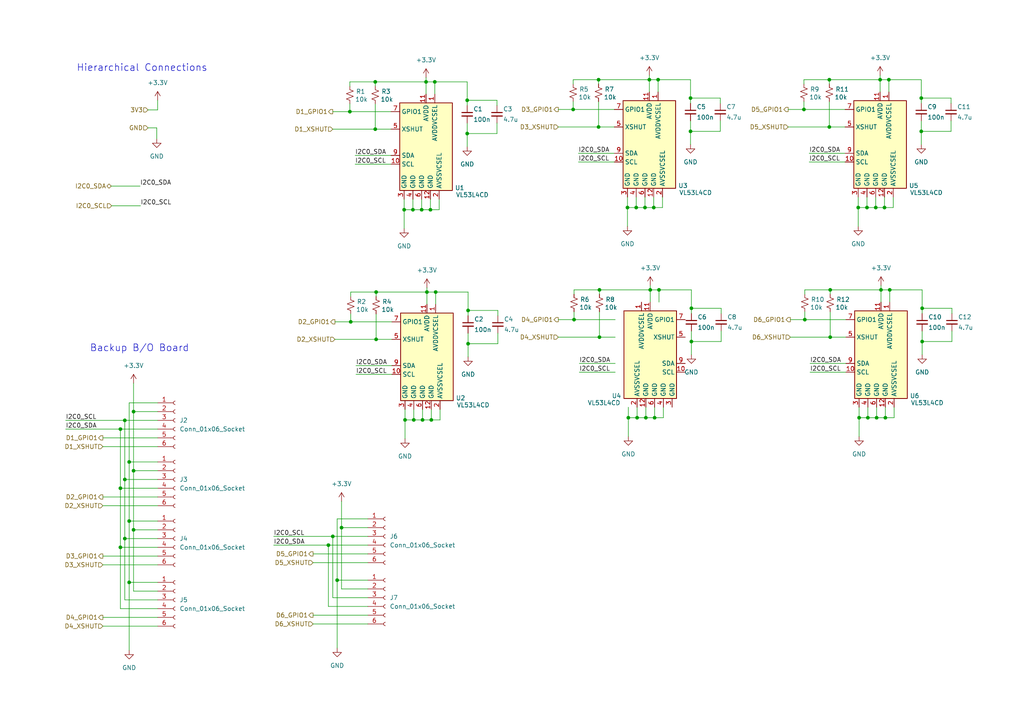
<source format=kicad_sch>
(kicad_sch (version 20230121) (generator eeschema)
  (paper "A4")
  (title_block (title "Distance Sensors") (rev "A"))
  (lib_symbols
    (symbol "Connector:Conn_01x06_Socket" (pin_names (offset 1.016) hide)
      (property "Reference" "J" (at 0 7.62 0))
      (property "Value" "Conn_01x06_Socket" (at 0 -10.16 0))
      (symbol "Conn_01x06_Socket_1_1"
        (arc (start 0 -7.112) (mid -0.5058 -7.62) (end 0 -8.128) (stroke (width 0.1524)))
        (arc (start 0 -4.572) (mid -0.5058 -5.08) (end 0 -5.588) (stroke (width 0.1524)))
        (arc (start 0 -2.032) (mid -0.5058 -2.54) (end 0 -3.048) (stroke (width 0.1524)))
        (polyline (pts (xy -1.27 -7.62) (xy -0.508 -7.62)) (stroke (width 0.1524)))
        (polyline (pts (xy -1.27 -5.08) (xy -0.508 -5.08)) (stroke (width 0.1524)))
        (polyline (pts (xy -1.27 -2.54) (xy -0.508 -2.54)) (stroke (width 0.1524)))
        (polyline (pts (xy -1.27 0) (xy -0.508 0)) (stroke (width 0.1524)))
        (polyline (pts (xy -1.27 2.54) (xy -0.508 2.54)) (stroke (width 0.1524)))
        (polyline (pts (xy -1.27 5.08) (xy -0.508 5.08)) (stroke (width 0.1524)))
        (arc (start 0 0.508) (mid -0.5058 0) (end 0 -0.508) (stroke (width 0.1524)))
        (arc (start 0 3.048) (mid -0.5058 2.54) (end 0 2.032) (stroke (width 0.1524)))
        (arc (start 0 5.588) (mid -0.5058 5.08) (end 0 4.572) (stroke (width 0.1524)))
        (pin passive line (at -5.08 5.08 0) (length 3.81) (name "Pin_1") (number "1"))
        (pin passive line (at -5.08 2.54 0) (length 3.81) (name "Pin_2") (number "2"))
        (pin passive line (at -5.08 0 0) (length 3.81) (name "Pin_3") (number "3"))
        (pin passive line (at -5.08 -2.54 0) (length 3.81) (name "Pin_4") (number "4"))
        (pin passive line (at -5.08 -5.08 0) (length 3.81) (name "Pin_5") (number "5"))
        (pin passive line (at -5.08 -7.62 0) (length 3.81) (name "Pin_6") (number "6"))
      )
    )
    (symbol "ContactlessPPD_custom_lib:VL53L4CD"
      (property "Reference" "U" (at -6.35 13.97 0))
      (property "Value" "VL53L4CD" (at 12.065 13.97 0))
      (symbol "VL53L4CD_0_1"
        (rectangle (start -7.62 12.7) (end 7.62 -12.7) (stroke (width 0.254)) (fill (type background)))
      )
      (symbol "VL53L4CD_1_1"
        (pin power_in line (at 2.54 15.24 270) (length 2.54) (name "AVDDVCSEL") (number "1"))
        (pin input line (at -10.16 -5.08 0) (length 2.54) (name "SCL") (number "10"))
        (pin power_in line (at 0 15.24 270) (length 2.54) (name "AVDD") (number "11"))
        (pin power_in line (at 1.27 -15.24 90) (length 2.54) (name "GND") (number "12"))
        (pin power_in line (at 3.81 -15.24 90) (length 2.54) (name "AVSSVCSEL") (number "2"))
        (pin power_in line (at -6.35 -15.24 90) (length 2.54) (name "GND") (number "3"))
        (pin power_in line (at -3.81 -15.24 90) (length 2.54) (name "GND") (number "4"))
        (pin input line (at -10.16 5.08 0) (length 2.54) (name "XSHUT") (number "5"))
        (pin power_in line (at -1.27 -15.24 90) (length 2.54) (name "GND") (number "6"))
        (pin open_collector line (at -10.16 10.16 0) (length 2.54) (name "GPIO1") (number "7"))
        (pin no_connect line (at -7.62 7.62 0) (length 2.54) hide (name "DNC") (number "8"))
        (pin bidirectional line (at -10.16 -2.54 0) (length 2.54) (name "SDA") (number "9"))
      )
    )
    (symbol "Device:C_Small" (pin_numbers hide) (pin_names (offset 0.254) hide)
      (property "Reference" "C" (at 0.254 1.778 0))
      (property "Value" "C_Small" (at 0.254 -2.032 0))
      (symbol "C_Small_0_1"
        (polyline (pts (xy -1.524 -0.508) (xy 1.524 -0.508)) (stroke (width 0.3302)))
        (polyline (pts (xy -1.524 0.508) (xy 1.524 0.508)) (stroke (width 0.3048)))
      )
      (symbol "C_Small_1_1"
        (pin passive line (at 0 2.54 270) (length 2.032) (name "~") (number "1"))
        (pin passive line (at 0 -2.54 90) (length 2.032) (name "~") (number "2"))
      )
    )
    (symbol "Device:R_Small_US" (pin_numbers hide) (pin_names (offset 0.254) hide)
      (property "Reference" "R" (at 0.762 0.508 0))
      (property "Value" "R_Small_US" (at 0.762 -1.016 0))
      (symbol "R_Small_US_1_1"
        (polyline (pts (xy 0 0) (xy 1.016 -0.381) (xy 0 -0.762) (xy -1.016 -1.143) (xy 0 -1.524)))
        (polyline (pts (xy 0 1.524) (xy 1.016 1.143) (xy 0 0.762) (xy -1.016 0.381) (xy 0 0)))
        (pin passive line (at 0 2.54 270) (length 1.016) (name "~") (number "1"))
        (pin passive line (at 0 -2.54 90) (length 1.016) (name "~") (number "2"))
      )
    )
    (symbol "power:+3.3V" (power) (pin_names (offset 0))
      (property "Value" "+3.3V" (at 0 3.556 0))
      (symbol "+3.3V_0_1"
        (polyline (pts (xy -0.762 1.27) (xy 0 2.54)))
        (polyline (pts (xy 0 0) (xy 0 2.54)))
        (polyline (pts (xy 0 2.54) (xy 0.762 1.27)))
      )
      (symbol "+3.3V_1_1"
        (pin power_in line (at 0 0 90) (length 0) hide (name "+3.3V") (number "1"))
      )
    )
    (symbol "power:GND" (power) (pin_names (offset 0))
      (property "Value" "GND" (at 0 -3.81 0))
      (symbol "GND_0_1"
        (polyline (pts (xy 0 0) (xy 0 -1.27) (xy 1.27 -1.27) (xy 0 -2.54) (xy -1.27 -1.27) (xy 0 -1.27)))
      )
      (symbol "GND_1_1"
        (pin power_in line (at 0 0 270) (length 0) hide (name "GND") (number "1"))
      )
    )
  )
  (junction (at 101.473 32.385))
  (junction (at 267.462 99.06))
  (junction (at 200.533 89.408))
  (junction (at 117.475 121.793))
  (junction (at 135.763 99.695))
  (junction (at 166.497 92.71))
  (junction (at 254.254 121.158))
  (junction (at 34.925 124.46))
  (junction (at 240.792 97.79))
  (junction (at 34.925 141.605))
  (junction (at 257.81 23.114))
  (junction (at 95.25 158.115))
  (junction (at 173.609 23.114))
  (junction (at 173.609 36.83))
  (junction (at 188.341 23.114))
  (junction (at 166.243 31.75))
  (junction (at 96.52 155.575))
  (junction (at 122.555 121.793))
  (junction (at 37.465 151.13))
  (junction (at 251.46 60.198))
  (junction (at 108.839 23.749))
  (junction (at 135.509 29.083))
  (junction (at 36.195 121.92))
  (junction (at 187.325 121.158))
  (junction (at 123.571 23.749))
  (junction (at 200.279 38.1))
  (junction (at 36.195 139.065))
  (junction (at 117.221 60.833))
  (junction (at 200.533 99.06))
  (junction (at 126.111 23.749))
  (junction (at 256.794 121.158))
  (junction (at 255.524 84.074))
  (junction (at 36.195 156.21))
  (junction (at 258.064 84.074))
  (junction (at 101.727 93.345))
  (junction (at 38.735 153.67))
  (junction (at 173.863 97.79))
  (junction (at 122.301 60.833))
  (junction (at 109.093 98.425))
  (junction (at 119.761 60.833))
  (junction (at 37.465 133.985))
  (junction (at 249.174 121.158))
  (junction (at 267.462 89.408))
  (junction (at 254 60.198))
  (junction (at 240.538 23.114))
  (junction (at 135.509 38.735))
  (junction (at 233.426 92.71))
  (junction (at 135.763 90.043))
  (junction (at 251.714 121.158))
  (junction (at 240.792 84.074))
  (junction (at 109.093 84.709))
  (junction (at 120.015 121.793))
  (junction (at 34.925 158.75))
  (junction (at 240.538 36.83))
  (junction (at 189.865 121.158))
  (junction (at 97.79 168.275))
  (junction (at 233.172 31.75))
  (junction (at 191.135 84.074))
  (junction (at 125.095 121.793))
  (junction (at 189.611 60.198))
  (junction (at 267.208 38.1))
  (junction (at 184.785 121.158))
  (junction (at 255.27 23.114))
  (junction (at 108.839 37.465))
  (junction (at 256.54 60.198))
  (junction (at 181.991 60.198))
  (junction (at 37.465 168.91))
  (junction (at 38.735 119.38))
  (junction (at 248.92 60.198))
  (junction (at 187.071 60.198))
  (junction (at 267.208 28.448))
  (junction (at 200.279 28.448))
  (junction (at 173.863 84.074))
  (junction (at 38.735 136.525))
  (junction (at 124.841 60.833))
  (junction (at 190.881 23.114))
  (junction (at 99.06 153.035))
  (junction (at 182.245 121.158))
  (junction (at 184.531 60.198))
  (junction (at 188.595 84.074))
  (junction (at 123.825 84.709))
  (junction (at 126.365 84.709))
  (wire (pts (xy 276.098 99.06) (xy 276.098 96.012)))
  (wire (pts (xy 36.195 173.99) (xy 36.195 156.21)))
  (wire (pts (xy 123.825 84.709) (xy 123.825 88.265)))
  (wire (pts (xy 101.727 93.345) (xy 113.665 93.345)))
  (wire (pts (xy 200.279 38.1) (xy 200.279 41.91)))
  (wire (pts (xy 258.064 84.074) (xy 258.064 87.63)))
  (wire (pts (xy 90.805 160.655) (xy 106.68 160.655)))
  (wire (pts (xy 173.863 84.074) (xy 173.863 85.344)))
  (wire (pts (xy 37.465 116.84) (xy 45.72 116.84)))
  (wire (pts (xy 106.68 175.895) (xy 95.25 175.895)))
  (wire (pts (xy 135.763 90.043) (xy 144.399 90.043)))
  (wire (pts (xy 117.221 60.833) (xy 117.221 66.294)))
  (wire (pts (xy 166.497 92.71) (xy 166.497 90.424)))
  (wire (pts (xy 34.925 124.46) (xy 45.72 124.46)))
  (wire (pts (xy 101.473 23.749) (xy 108.839 23.749)))
  (wire (pts (xy 187.071 57.15) (xy 187.071 60.198)))
  (wire (pts (xy 240.538 23.114) (xy 255.27 23.114)))
  (wire (pts (xy 200.533 84.074) (xy 200.533 89.408)))
  (wire (pts (xy 135.763 96.647) (xy 135.763 99.695)))
  (wire (pts (xy 135.509 38.735) (xy 135.509 42.545)))
  (wire (pts (xy 257.81 23.114) (xy 267.208 23.114)))
  (wire (pts (xy 178.435 107.95) (xy 168.021 107.95)))
  (wire (pts (xy 109.093 98.425) (xy 113.665 98.425)))
  (wire (pts (xy 38.735 119.38) (xy 45.72 119.38)))
  (wire (pts (xy 96.52 155.575) (xy 106.68 155.575)))
  (wire (pts (xy 90.805 178.435) (xy 106.68 178.435)))
  (wire (pts (xy 113.665 108.585) (xy 103.251 108.585)))
  (wire (pts (xy 233.426 84.074) (xy 240.792 84.074)))
  (wire (pts (xy 96.52 32.385) (xy 101.473 32.385)))
  (wire (pts (xy 190.881 23.114) (xy 188.341 23.114)))
  (wire (pts (xy 173.609 36.83) (xy 178.181 36.83)))
  (wire (pts (xy 45.72 139.065) (xy 36.195 139.065)))
  (wire (pts (xy 90.805 163.195) (xy 106.68 163.195)))
  (wire (pts (xy 122.555 118.745) (xy 122.555 121.793)))
  (wire (pts (xy 167.767 44.45) (xy 178.181 44.45)))
  (wire (pts (xy 181.991 60.198) (xy 181.991 65.659)))
  (wire (pts (xy 117.475 118.745) (xy 117.475 121.793)))
  (wire (pts (xy 34.925 141.605) (xy 45.72 141.605)))
  (wire (pts (xy 108.839 23.749) (xy 108.839 25.019)))
  (wire (pts (xy 96.52 155.575) (xy 96.52 173.355)))
  (wire (pts (xy 122.301 60.833) (xy 124.841 60.833)))
  (wire (pts (xy 267.208 35.052) (xy 267.208 38.1)))
  (wire (pts (xy 32.258 53.975) (xy 40.64 53.975)))
  (wire (pts (xy 29.845 179.07) (xy 45.72 179.07)))
  (wire (pts (xy 234.696 44.45) (xy 245.11 44.45)))
  (wire (pts (xy 37.465 168.91) (xy 37.465 188.595)))
  (wire (pts (xy 32.385 59.69) (xy 40.767 59.69)))
  (wire (pts (xy 101.727 85.979) (xy 101.727 84.709)))
  (wire (pts (xy 122.301 57.785) (xy 122.301 60.833)))
  (wire (pts (xy 45.72 173.99) (xy 36.195 173.99)))
  (wire (pts (xy 34.925 141.605) (xy 34.925 124.46)))
  (wire (pts (xy 200.279 28.448) (xy 200.279 29.972)))
  (wire (pts (xy 97.79 150.495) (xy 97.79 168.275)))
  (wire (pts (xy 267.208 38.1) (xy 275.844 38.1)))
  (wire (pts (xy 45.72 29.083) (xy 45.72 31.877)))
  (wire (pts (xy 36.195 156.21) (xy 45.72 156.21)))
  (wire (pts (xy 240.792 84.074) (xy 255.524 84.074)))
  (wire (pts (xy 267.462 89.408) (xy 276.098 89.408)))
  (wire (pts (xy 42.926 37.084) (xy 45.466 37.084)))
  (wire (pts (xy 276.098 89.408) (xy 276.098 90.932)))
  (wire (pts (xy 257.81 23.114) (xy 255.27 23.114)))
  (wire (pts (xy 187.325 118.11) (xy 187.325 121.158)))
  (wire (pts (xy 178.181 46.99) (xy 167.767 46.99)))
  (wire (pts (xy 125.095 118.745) (xy 125.095 121.793)))
  (wire (pts (xy 79.375 158.115) (xy 95.25 158.115)))
  (wire (pts (xy 182.245 121.158) (xy 184.785 121.158)))
  (wire (pts (xy 135.763 90.043) (xy 135.763 91.567)))
  (wire (pts (xy 135.509 29.083) (xy 144.145 29.083)))
  (wire (pts (xy 144.399 99.695) (xy 144.399 96.647)))
  (wire (pts (xy 36.195 139.065) (xy 36.195 121.92)))
  (wire (pts (xy 38.735 153.67) (xy 45.72 153.67)))
  (wire (pts (xy 97.79 150.495) (xy 106.68 150.495)))
  (wire (pts (xy 124.841 60.833) (xy 127.381 60.833)))
  (wire (pts (xy 126.111 23.749) (xy 123.571 23.749)))
  (wire (pts (xy 234.95 105.41) (xy 245.364 105.41)))
  (wire (pts (xy 168.021 105.41) (xy 178.435 105.41)))
  (wire (pts (xy 135.509 23.749) (xy 135.509 29.083)))
  (wire (pts (xy 79.375 155.575) (xy 96.52 155.575)))
  (wire (pts (xy 99.06 145.415) (xy 99.06 153.035)))
  (wire (pts (xy 254.254 121.158) (xy 256.794 121.158)))
  (wire (pts (xy 135.509 38.735) (xy 144.145 38.735)))
  (wire (pts (xy 275.844 28.448) (xy 275.844 29.972)))
  (wire (pts (xy 34.925 158.75) (xy 45.72 158.75)))
  (wire (pts (xy 190.881 23.114) (xy 190.881 26.67)))
  (wire (pts (xy 29.845 161.29) (xy 45.72 161.29)))
  (wire (pts (xy 34.925 158.75) (xy 34.925 141.605)))
  (wire (pts (xy 249.174 121.158) (xy 249.174 126.619)))
  (wire (pts (xy 200.533 96.012) (xy 200.533 99.06)))
  (wire (pts (xy 45.72 176.53) (xy 34.925 176.53)))
  (wire (pts (xy 117.221 60.833) (xy 119.761 60.833)))
  (wire (pts (xy 259.08 60.198) (xy 259.08 57.15)))
  (wire (pts (xy 228.6 31.75) (xy 233.172 31.75)))
  (wire (pts (xy 189.865 121.158) (xy 192.405 121.158)))
  (wire (pts (xy 19.05 121.92) (xy 36.195 121.92)))
  (wire (pts (xy 117.475 121.793) (xy 120.015 121.793)))
  (wire (pts (xy 189.611 57.15) (xy 189.611 60.198)))
  (wire (pts (xy 233.172 31.75) (xy 245.11 31.75)))
  (wire (pts (xy 240.538 36.83) (xy 240.538 29.464)))
  (wire (pts (xy 38.735 153.67) (xy 38.735 171.45)))
  (wire (pts (xy 267.462 89.408) (xy 267.462 90.932)))
  (wire (pts (xy 249.174 118.11) (xy 249.174 121.158)))
  (wire (pts (xy 108.839 37.465) (xy 108.839 30.099)))
  (wire (pts (xy 42.926 31.877) (xy 45.72 31.877)))
  (wire (pts (xy 103.251 106.045) (xy 113.665 106.045)))
  (wire (pts (xy 267.462 99.06) (xy 267.462 102.87)))
  (wire (pts (xy 209.169 99.06) (xy 209.169 96.012)))
  (wire (pts (xy 251.714 118.11) (xy 251.714 121.158)))
  (wire (pts (xy 120.015 118.745) (xy 120.015 121.793)))
  (wire (pts (xy 166.243 24.384) (xy 166.243 23.114)))
  (wire (pts (xy 173.863 97.79) (xy 173.863 90.424)))
  (wire (pts (xy 187.325 121.158) (xy 189.865 121.158)))
  (wire (pts (xy 240.792 97.79) (xy 240.792 90.424)))
  (wire (pts (xy 37.465 151.13) (xy 37.465 168.91)))
  (wire (pts (xy 191.135 84.074) (xy 200.533 84.074)))
  (wire (pts (xy 101.473 25.019) (xy 101.473 23.749)))
  (wire (pts (xy 233.426 92.71) (xy 245.364 92.71)))
  (wire (pts (xy 37.465 151.13) (xy 37.465 133.985)))
  (wire (pts (xy 96.52 37.465) (xy 108.839 37.465)))
  (wire (pts (xy 256.794 118.11) (xy 256.794 121.158)))
  (wire (pts (xy 135.509 35.687) (xy 135.509 38.735)))
  (wire (pts (xy 233.172 31.75) (xy 233.172 29.464)))
  (wire (pts (xy 184.785 118.11) (xy 184.785 121.158)))
  (wire (pts (xy 29.845 144.145) (xy 45.72 144.145)))
  (wire (pts (xy 251.46 60.198) (xy 254 60.198)))
  (wire (pts (xy 184.531 60.198) (xy 187.071 60.198)))
  (wire (pts (xy 109.093 84.709) (xy 123.825 84.709)))
  (wire (pts (xy 181.991 57.15) (xy 181.991 60.198)))
  (wire (pts (xy 126.365 84.709) (xy 123.825 84.709)))
  (wire (pts (xy 173.609 23.114) (xy 173.609 24.384)))
  (wire (pts (xy 182.245 121.158) (xy 182.245 126.619)))
  (wire (pts (xy 119.761 60.833) (xy 122.301 60.833)))
  (wire (pts (xy 254 60.198) (xy 256.54 60.198)))
  (wire (pts (xy 248.92 60.198) (xy 248.92 65.659)))
  (wire (pts (xy 119.761 57.785) (xy 119.761 60.833)))
  (wire (pts (xy 124.841 57.785) (xy 124.841 60.833)))
  (wire (pts (xy 251.46 57.15) (xy 251.46 60.198)))
  (wire (pts (xy 127.381 60.833) (xy 127.381 57.785)))
  (wire (pts (xy 255.27 21.844) (xy 255.27 23.114)))
  (wire (pts (xy 233.426 85.344) (xy 233.426 84.074)))
  (wire (pts (xy 249.174 121.158) (xy 251.714 121.158)))
  (wire (pts (xy 166.243 31.75) (xy 166.243 29.464)))
  (wire (pts (xy 97.155 98.425) (xy 109.093 98.425)))
  (wire (pts (xy 108.839 37.465) (xy 113.411 37.465)))
  (wire (pts (xy 90.805 180.975) (xy 106.68 180.975)))
  (wire (pts (xy 122.555 121.793) (xy 125.095 121.793)))
  (wire (pts (xy 228.6 36.83) (xy 240.538 36.83)))
  (wire (pts (xy 200.279 28.448) (xy 208.915 28.448)))
  (wire (pts (xy 200.279 35.052) (xy 200.279 38.1)))
  (wire (pts (xy 258.064 84.074) (xy 255.524 84.074)))
  (wire (pts (xy 173.863 97.79) (xy 178.435 97.79)))
  (wire (pts (xy 184.785 121.158) (xy 187.325 121.158)))
  (wire (pts (xy 191.135 84.074) (xy 191.135 87.63)))
  (wire (pts (xy 109.093 98.425) (xy 109.093 91.059)))
  (wire (pts (xy 254.254 118.11) (xy 254.254 121.158)))
  (wire (pts (xy 125.095 121.793) (xy 127.635 121.793)))
  (wire (pts (xy 256.794 121.158) (xy 259.334 121.158)))
  (wire (pts (xy 144.145 29.083) (xy 144.145 30.607)))
  (wire (pts (xy 187.071 60.198) (xy 189.611 60.198)))
  (wire (pts (xy 37.465 151.13) (xy 45.72 151.13)))
  (wire (pts (xy 123.571 22.479) (xy 123.571 23.749)))
  (wire (pts (xy 161.925 36.83) (xy 173.609 36.83)))
  (wire (pts (xy 267.462 84.074) (xy 267.462 89.408)))
  (wire (pts (xy 257.81 23.114) (xy 257.81 26.67)))
  (wire (pts (xy 38.735 136.525) (xy 45.72 136.525)))
  (wire (pts (xy 166.497 92.71) (xy 178.435 92.71)))
  (wire (pts (xy 256.54 57.15) (xy 256.54 60.198)))
  (wire (pts (xy 117.475 121.793) (xy 117.475 127.254)))
  (wire (pts (xy 189.865 118.11) (xy 189.865 121.158)))
  (wire (pts (xy 191.135 84.074) (xy 188.595 84.074)))
  (wire (pts (xy 229.235 97.79) (xy 240.792 97.79)))
  (wire (pts (xy 38.735 111.125) (xy 38.735 119.38)))
  (wire (pts (xy 97.79 168.275) (xy 106.68 168.275)))
  (wire (pts (xy 173.609 23.114) (xy 188.341 23.114)))
  (wire (pts (xy 166.243 23.114) (xy 173.609 23.114)))
  (wire (pts (xy 126.111 23.749) (xy 135.509 23.749)))
  (wire (pts (xy 161.925 97.79) (xy 173.863 97.79)))
  (wire (pts (xy 200.279 38.1) (xy 208.915 38.1)))
  (wire (pts (xy 29.845 181.61) (xy 45.72 181.61)))
  (wire (pts (xy 144.399 90.043) (xy 144.399 91.567)))
  (wire (pts (xy 200.533 99.06) (xy 209.169 99.06)))
  (wire (pts (xy 37.465 133.985) (xy 37.465 116.84)))
  (wire (pts (xy 101.727 93.345) (xy 101.727 91.059)))
  (wire (pts (xy 275.844 38.1) (xy 275.844 35.052)))
  (wire (pts (xy 29.845 163.83) (xy 45.72 163.83)))
  (wire (pts (xy 166.497 85.344) (xy 166.497 84.074)))
  (wire (pts (xy 117.221 57.785) (xy 117.221 60.833)))
  (wire (pts (xy 123.825 83.439) (xy 123.825 84.709)))
  (wire (pts (xy 251.714 121.158) (xy 254.254 121.158)))
  (wire (pts (xy 181.991 60.198) (xy 184.531 60.198)))
  (wire (pts (xy 267.208 28.448) (xy 275.844 28.448)))
  (wire (pts (xy 173.609 36.83) (xy 173.609 29.464)))
  (wire (pts (xy 29.845 127) (xy 45.72 127)))
  (wire (pts (xy 200.533 89.408) (xy 209.169 89.408)))
  (wire (pts (xy 189.611 60.198) (xy 192.151 60.198)))
  (wire (pts (xy 240.538 23.114) (xy 240.538 24.384)))
  (wire (pts (xy 101.473 32.385) (xy 101.473 30.099)))
  (wire (pts (xy 45.72 168.91) (xy 37.465 168.91)))
  (wire (pts (xy 161.925 92.71) (xy 166.497 92.71)))
  (wire (pts (xy 233.426 92.71) (xy 233.426 90.424)))
  (wire (pts (xy 192.151 60.198) (xy 192.151 57.15)))
  (wire (pts (xy 267.462 96.012) (xy 267.462 99.06)))
  (wire (pts (xy 188.341 23.114) (xy 188.341 26.67)))
  (wire (pts (xy 37.465 133.985) (xy 45.72 133.985)))
  (wire (pts (xy 255.524 82.804) (xy 255.524 84.074)))
  (wire (pts (xy 106.68 173.355) (xy 96.52 173.355)))
  (wire (pts (xy 113.411 47.625) (xy 102.997 47.625)))
  (wire (pts (xy 258.064 84.074) (xy 267.462 84.074)))
  (wire (pts (xy 188.595 84.074) (xy 188.595 87.63)))
  (wire (pts (xy 182.245 118.11) (xy 182.245 121.158)))
  (wire (pts (xy 135.509 29.083) (xy 135.509 30.607)))
  (wire (pts (xy 229.235 92.71) (xy 233.426 92.71)))
  (wire (pts (xy 240.792 84.074) (xy 240.792 85.344)))
  (wire (pts (xy 135.763 99.695) (xy 135.763 103.505)))
  (wire (pts (xy 200.533 99.06) (xy 200.533 102.87)))
  (wire (pts (xy 255.27 23.114) (xy 255.27 26.67)))
  (wire (pts (xy 29.845 129.54) (xy 45.72 129.54)))
  (wire (pts (xy 29.845 146.685) (xy 45.72 146.685)))
  (wire (pts (xy 254 57.15) (xy 254 60.198)))
  (wire (pts (xy 36.195 139.065) (xy 36.195 156.21)))
  (wire (pts (xy 248.92 57.15) (xy 248.92 60.198)))
  (wire (pts (xy 101.727 84.709) (xy 109.093 84.709)))
  (wire (pts (xy 36.195 121.92) (xy 45.72 121.92)))
  (wire (pts (xy 190.881 23.114) (xy 200.279 23.114)))
  (wire (pts (xy 267.208 28.448) (xy 267.208 29.972)))
  (wire (pts (xy 188.595 82.804) (xy 188.595 84.074)))
  (wire (pts (xy 166.243 31.75) (xy 178.181 31.75)))
  (wire (pts (xy 255.524 84.074) (xy 255.524 87.63)))
  (wire (pts (xy 95.25 158.115) (xy 106.68 158.115)))
  (wire (pts (xy 245.364 107.95) (xy 234.95 107.95)))
  (wire (pts (xy 135.763 99.695) (xy 144.399 99.695)))
  (wire (pts (xy 208.915 38.1) (xy 208.915 35.052)))
  (wire (pts (xy 161.925 31.75) (xy 166.243 31.75)))
  (wire (pts (xy 259.334 121.158) (xy 259.334 118.11)))
  (wire (pts (xy 101.473 32.385) (xy 113.411 32.385)))
  (wire (pts (xy 120.015 121.793) (xy 122.555 121.793)))
  (wire (pts (xy 97.79 168.275) (xy 97.79 187.96)))
  (wire (pts (xy 209.169 89.408) (xy 209.169 90.932)))
  (wire (pts (xy 109.093 84.709) (xy 109.093 85.979)))
  (wire (pts (xy 166.497 84.074) (xy 173.863 84.074)))
  (wire (pts (xy 233.172 24.384) (xy 233.172 23.114)))
  (wire (pts (xy 34.925 176.53) (xy 34.925 158.75)))
  (wire (pts (xy 192.405 121.158) (xy 192.405 118.11)))
  (wire (pts (xy 102.997 45.085) (xy 113.411 45.085)))
  (wire (pts (xy 126.365 84.709) (xy 135.763 84.709)))
  (wire (pts (xy 19.05 124.46) (xy 34.925 124.46)))
  (wire (pts (xy 233.172 23.114) (xy 240.538 23.114)))
  (wire (pts (xy 267.208 23.114) (xy 267.208 28.448)))
  (wire (pts (xy 245.11 46.99) (xy 234.696 46.99)))
  (wire (pts (xy 256.54 60.198) (xy 259.08 60.198)))
  (wire (pts (xy 144.145 38.735) (xy 144.145 35.687)))
  (wire (pts (xy 188.341 21.844) (xy 188.341 23.114)))
  (wire (pts (xy 240.538 36.83) (xy 245.11 36.83)))
  (wire (pts (xy 108.839 23.749) (xy 123.571 23.749)))
  (wire (pts (xy 45.466 37.084) (xy 45.466 40.259)))
  (wire (pts (xy 240.792 97.79) (xy 245.364 97.79)))
  (wire (pts (xy 127.635 121.793) (xy 127.635 118.745)))
  (wire (pts (xy 184.531 57.15) (xy 184.531 60.198)))
  (wire (pts (xy 99.06 153.035) (xy 106.68 153.035)))
  (wire (pts (xy 248.92 60.198) (xy 251.46 60.198)))
  (wire (pts (xy 99.06 153.035) (xy 99.06 170.815)))
  (wire (pts (xy 123.571 23.749) (xy 123.571 27.305)))
  (wire (pts (xy 200.279 23.114) (xy 200.279 28.448)))
  (wire (pts (xy 267.208 38.1) (xy 267.208 41.91)))
  (wire (pts (xy 208.915 28.448) (xy 208.915 29.972)))
  (wire (pts (xy 135.763 84.709) (xy 135.763 90.043)))
  (wire (pts (xy 38.735 171.45) (xy 45.72 171.45)))
  (wire (pts (xy 99.06 170.815) (xy 106.68 170.815)))
  (wire (pts (xy 126.111 23.749) (xy 126.111 27.305)))
  (wire (pts (xy 126.365 84.709) (xy 126.365 88.265)))
  (wire (pts (xy 38.735 119.38) (xy 38.735 136.525)))
  (wire (pts (xy 267.462 99.06) (xy 276.098 99.06)))
  (wire (pts (xy 200.533 89.408) (xy 200.533 90.932)))
  (wire (pts (xy 38.735 136.525) (xy 38.735 153.67)))
  (wire (pts (xy 173.863 84.074) (xy 188.595 84.074)))
  (wire (pts (xy 97.155 93.345) (xy 101.727 93.345)))
  (wire (pts (xy 95.25 175.895) (xy 95.25 158.115)))
  (text "Backup B/O Board" (at 26.035 102.235 0) (effects (font (size 2 2)) (justify left bottom)))
  (text "Hierarchical Connections " (at 61.722 20.955 0) (effects (font (size 2 2)) (justify right bottom)))
  (label "I2C0_SDA" (at 40.64 53.975 0))
  (label "I2C0_SDA" (at 234.696 44.45 0))
  (label "I2C0_SDA" (at 168.021 105.41 0))
  (label "I2C0_SDA" (at 79.375 158.115 0))
  (label "I2C0_SCL" (at 234.696 46.99 0))
  (label "I2C0_SCL" (at 167.767 46.99 0))
  (label "I2C0_SDA" (at 19.05 124.46 0))
  (label "I2C0_SDA" (at 234.95 105.41 0))
  (label "I2C0_SCL" (at 103.251 108.585 0))
  (label "I2C0_SDA" (at 103.251 106.045 0))
  (label "I2C0_SCL" (at 79.375 155.575 0))
  (label "I2C0_SCL" (at 40.767 59.69 0))
  (label "I2C0_SCL" (at 19.05 121.92 0))
  (label "I2C0_SCL" (at 168.021 107.95 0))
  (label "I2C0_SDA" (at 102.997 45.085 0))
  (label "I2C0_SDA" (at 167.767 44.45 0))
  (label "I2C0_SCL" (at 234.95 107.95 0))
  (label "I2C0_SCL" (at 102.997 47.625 0))
  (hierarchical_label "I2C0_SDA" (shape bidirectional) (at 32.258 53.975 180))
  (hierarchical_label "D6_GPIO1" (shape output) (at 229.235 92.71 180))
  (hierarchical_label "D1_GPIO1" (shape output) (at 29.845 127 180))
  (hierarchical_label "D6_XSHUT" (shape input) (at 90.805 180.975 180))
  (hierarchical_label "D1_GPIO1" (shape output) (at 96.52 32.385 180))
  (hierarchical_label "D2_XSHUT" (shape input) (at 97.155 98.425 180))
  (hierarchical_label "D4_XSHUT" (shape input) (at 29.845 181.61 180))
  (hierarchical_label "D1_XSHUT" (shape input) (at 96.52 37.465 180))
  (hierarchical_label "D3_XSHUT" (shape input) (at 161.925 36.83 180))
  (hierarchical_label "D3_GPIO1" (shape output) (at 161.925 31.75 180))
  (hierarchical_label "D3_GPIO1" (shape output) (at 29.845 161.29 180))
  (hierarchical_label "D2_GPIO1" (shape output) (at 29.845 144.145 180))
  (hierarchical_label "D6_GPIO1" (shape output) (at 90.805 178.435 180))
  (hierarchical_label "I2C0_SCL" (shape input) (at 32.385 59.69 180))
  (hierarchical_label "D5_XSHUT" (shape input) (at 228.6 36.83 180))
  (hierarchical_label "D5_XSHUT" (shape input) (at 90.805 163.195 180))
  (hierarchical_label "D4_GPIO1" (shape output) (at 29.845 179.07 180))
  (hierarchical_label "D2_XSHUT" (shape input) (at 29.845 146.685 180))
  (hierarchical_label "D2_GPIO1" (shape output) (at 97.155 93.345 180))
  (hierarchical_label "D4_GPIO1" (shape output) (at 161.925 92.71 180))
  (hierarchical_label "D5_GPIO1" (shape output) (at 90.805 160.655 180))
  (hierarchical_label "D1_XSHUT" (shape input) (at 29.845 129.54 180))
  (hierarchical_label "D3_XSHUT" (shape input) (at 29.845 163.83 180))
  (hierarchical_label "D4_XSHUT" (shape input) (at 161.925 97.79 180))
  (hierarchical_label "GND" (shape input) (at 42.926 37.084 180))
  (hierarchical_label "3V3" (shape input) (at 42.926 31.877 180))
  (hierarchical_label "D5_GPIO1" (shape output) (at 228.6 31.75 180))
  (hierarchical_label "D6_XSHUT" (shape input) (at 229.235 97.79 180))
  (symbol (lib_id "power:+3.3V") (at 99.06 145.415 0) (unit 1)
    (property "Reference" "#PWR059" (effects hide))
    (property "Value" "+3.3V" (at 99.06 140.335 0))
  )
  (symbol (lib_id "power:GND") (at 200.279 41.91 0) (unit 1)
    (property "Reference" "#PWR020" (effects hide))
    (property "Value" "GND" (at 200.279 46.99 0))
  )
  (symbol (lib_id "Device:R_Small_US") (at 166.243 26.924 0) (unit 1)
    (property "Reference" "R5" (at 168.021 25.908 0) (effects (justify left)))
    (property "Value" "10k" (at 167.767 28.194 0) (effects (justify left)))
    (property "Footprint" "Resistor_SMD:R_0603_1608Metric" (effects hide))
  )
  (symbol (lib_id "Device:R_Small_US") (at 166.497 87.884 0) (unit 1)
    (property "Reference" "R6" (at 168.275 86.868 0) (effects (justify left)))
    (property "Value" "10k" (at 168.021 89.154 0) (effects (justify left)))
    (property "Footprint" "Resistor_SMD:R_0603_1608Metric" (effects hide))
  )
  (symbol (lib_id "power:+3.3V") (at 38.735 111.125 0) (unit 1)
    (property "Reference" "#PWR058" (effects hide))
    (property "Value" "+3.3V" (at 38.735 106.045 0))
  )
  (symbol (lib_id "ContactlessPPD_custom_lib:VL53L4CD") (at 123.825 103.505 0) (unit 1)
    (property "Reference" "U2" (at 132.207 115.443 0) (effects (justify left)))
    (property "Value" "VL53L4CD" (at 132.461 117.475 0) (effects (justify left)))
    (property "Footprint" "Sensor_Distance:ST_VL53L1x" (effects hide))
    (property "Datasheet" "https://www.st.com/resource/en/datasheet/VL53L4CD.pdf" (effects hide))
  )
  (symbol (lib_id "ContactlessPPD_custom_lib:VL53L4CD") (at 188.595 102.87 0) (mirror y) (unit 1)
    (property "Reference" "U4" (at 180.213 114.808 0) (effects (justify left)))
    (property "Value" "VL53L4CD" (at 179.959 116.84 0) (effects (justify left)))
    (property "Footprint" "Sensor_Distance:ST_VL53L1x" (effects hide))
    (property "Datasheet" "https://www.st.com/resource/en/datasheet/VL53L4CD.pdf" (effects hide))
  )
  (symbol (lib_id "Connector:Conn_01x06_Socket") (at 50.8 121.92 0) (unit 1)
    (property "Reference" "J2" (at 52.07 121.92 0) (effects (justify left)))
    (property "Value" "Conn_01x06_Socket" (at 52.07 124.46 0) (effects (justify left)))
    (property "Footprint" "Connector_PinSocket_2.54mm:PinSocket_1x06_P2.54mm_Vertical" (effects hide))
  )
  (symbol (lib_id "power:+3.3V") (at 45.72 29.083 0) (unit 1)
    (property "Reference" "#PWR09" (effects hide))
    (property "Value" "+3.3V" (at 45.72 24.003 0))
  )
  (symbol (lib_id "Device:C_Small") (at 276.098 93.472 0) (unit 1)
    (property "Reference" "C12" (at 277.876 91.948 0) (effects (justify left)))
    (property "Value" "4.7u" (at 277.876 94.996 0) (effects (justify left)))
    (property "Footprint" "Capacitor_SMD:C_0603_1608Metric" (effects hide))
  )
  (symbol (lib_id "power:GND") (at 267.462 102.87 0) (unit 1)
    (property "Reference" "#PWR027" (effects hide))
    (property "Value" "GND" (at 267.462 107.95 0))
  )
  (symbol (lib_id "power:GND") (at 97.79 187.96 0) (unit 1)
    (property "Reference" "#PWR057" (effects hide))
    (property "Value" "GND" (at 97.79 193.04 0))
  )
  (symbol (lib_id "power:+3.3V") (at 188.341 21.844 0) (unit 1)
    (property "Reference" "#PWR018" (effects hide))
    (property "Value" "+3.3V" (at 188.341 16.764 0))
  )
  (symbol (lib_id "power:GND") (at 248.92 65.659 0) (unit 1)
    (property "Reference" "#PWR022" (effects hide))
    (property "Value" "GND" (at 248.92 70.739 0))
  )
  (symbol (lib_id "Device:C_Small") (at 144.145 33.147 0) (unit 1)
    (property "Reference" "C3" (at 145.923 31.623 0) (effects (justify left)))
    (property "Value" "4.7u" (at 145.923 34.671 0) (effects (justify left)))
    (property "Footprint" "Capacitor_SMD:C_0603_1608Metric" (effects hide))
  )
  (symbol (lib_id "power:GND") (at 117.475 127.254 0) (unit 1)
    (property "Reference" "#PWR011" (effects hide))
    (property "Value" "GND" (at 117.475 132.334 0))
  )
  (symbol (lib_id "power:+3.3V") (at 123.825 83.439 0) (unit 1)
    (property "Reference" "#PWR013" (effects hide))
    (property "Value" "+3.3V" (at 123.825 78.359 0))
  )
  (symbol (lib_id "Device:R_Small_US") (at 240.792 87.884 0) (unit 1)
    (property "Reference" "R12" (at 242.57 86.868 0) (effects (justify left)))
    (property "Value" "10k" (at 242.316 89.154 0) (effects (justify left)))
    (property "Footprint" "Resistor_SMD:R_0603_1608Metric" (effects hide))
  )
  (symbol (lib_id "power:GND") (at 37.465 188.595 0) (unit 1)
    (property "Reference" "#PWR056" (effects hide))
    (property "Value" "GND" (at 37.465 193.675 0))
  )
  (symbol (lib_id "Connector:Conn_01x06_Socket") (at 111.76 155.575 0) (unit 1)
    (property "Reference" "J6" (at 113.03 155.575 0) (effects (justify left)))
    (property "Value" "Conn_01x06_Socket" (at 113.03 158.115 0) (effects (justify left)))
    (property "Footprint" "Connector_PinSocket_2.54mm:PinSocket_1x06_P2.54mm_Vertical" (effects hide))
  )
  (symbol (lib_id "power:GND") (at 117.221 66.294 0) (unit 1)
    (property "Reference" "#PWR010" (effects hide))
    (property "Value" "GND" (at 117.221 71.374 0))
  )
  (symbol (lib_id "Device:C_Small") (at 208.915 32.512 0) (unit 1)
    (property "Reference" "C7" (at 210.693 30.988 0) (effects (justify left)))
    (property "Value" "4.7u" (at 210.693 34.036 0) (effects (justify left)))
    (property "Footprint" "Capacitor_SMD:C_0603_1608Metric" (effects hide))
  )
  (symbol (lib_id "Connector:Conn_01x06_Socket") (at 50.8 173.99 0) (unit 1)
    (property "Reference" "J5" (at 52.07 173.99 0) (effects (justify left)))
    (property "Value" "Conn_01x06_Socket" (at 52.07 176.53 0) (effects (justify left)))
    (property "Footprint" "Connector_PinSocket_2.54mm:PinSocket_1x06_P2.54mm_Vertical" (effects hide))
  )
  (symbol (lib_id "Device:C_Small") (at 209.169 93.472 0) (unit 1)
    (property "Reference" "C8" (at 210.947 91.948 0) (effects (justify left)))
    (property "Value" "4.7u" (at 210.947 94.996 0) (effects (justify left)))
    (property "Footprint" "Capacitor_SMD:C_0603_1608Metric" (effects hide))
  )
  (symbol (lib_id "Device:R_Small_US") (at 101.473 27.559 0) (unit 1)
    (property "Reference" "R1" (at 103.251 26.543 0) (effects (justify left)))
    (property "Value" "10k" (at 102.997 28.829 0) (effects (justify left)))
    (property "Footprint" "Resistor_SMD:R_0603_1608Metric" (effects hide))
  )
  (symbol (lib_id "ContactlessPPD_custom_lib:VL53L4CD") (at 188.341 41.91 0) (unit 1)
    (property "Reference" "U3" (at 196.723 53.848 0) (effects (justify left)))
    (property "Value" "VL53L4CD" (at 196.977 55.88 0) (effects (justify left)))
    (property "Footprint" "Sensor_Distance:ST_VL53L1x" (effects hide))
    (property "Datasheet" "https://www.st.com/resource/en/datasheet/VL53L4CD.pdf" (effects hide))
  )
  (symbol (lib_id "Device:C_Small") (at 267.462 93.472 0) (unit 1)
    (property "Reference" "C10" (at 269.24 91.948 0) (effects (justify left)))
    (property "Value" "100n" (at 269.24 94.996 0) (effects (justify left)))
    (property "Footprint" "Capacitor_SMD:C_0603_1608Metric" (effects hide))
  )
  (symbol (lib_id "power:GND") (at 200.533 102.87 0) (unit 1)
    (property "Reference" "#PWR021" (effects hide))
    (property "Value" "GND" (at 200.533 107.95 0))
  )
  (symbol (lib_id "power:+3.3V") (at 255.524 82.804 0) (unit 1)
    (property "Reference" "#PWR025" (effects hide))
    (property "Value" "+3.3V" (at 255.524 77.724 0))
  )
  (symbol (lib_id "Device:C_Small") (at 135.763 94.107 0) (unit 1)
    (property "Reference" "C2" (at 137.541 92.583 0) (effects (justify left)))
    (property "Value" "100n" (at 137.541 95.631 0) (effects (justify left)))
    (property "Footprint" "Capacitor_SMD:C_0603_1608Metric" (effects hide))
  )
  (symbol (lib_id "Device:C_Small") (at 144.399 94.107 0) (unit 1)
    (property "Reference" "C4" (at 146.177 92.583 0) (effects (justify left)))
    (property "Value" "4.7u" (at 146.177 95.631 0) (effects (justify left)))
    (property "Footprint" "Capacitor_SMD:C_0603_1608Metric" (effects hide))
  )
  (symbol (lib_id "Device:R_Small_US") (at 233.172 26.924 0) (unit 1)
    (property "Reference" "R9" (at 234.95 25.908 0) (effects (justify left)))
    (property "Value" "10k" (at 234.696 28.194 0) (effects (justify left)))
    (property "Footprint" "Resistor_SMD:R_0603_1608Metric" (effects hide))
  )
  (symbol (lib_id "power:GND") (at 182.245 126.619 0) (unit 1)
    (property "Reference" "#PWR017" (effects hide))
    (property "Value" "GND" (at 182.245 131.699 0))
  )
  (symbol (lib_id "power:+3.3V") (at 123.571 22.479 0) (unit 1)
    (property "Reference" "#PWR012" (effects hide))
    (property "Value" "+3.3V" (at 123.571 17.399 0))
  )
  (symbol (lib_id "Connector:Conn_01x06_Socket") (at 50.8 156.21 0) (unit 1)
    (property "Reference" "J4" (at 52.07 156.21 0) (effects (justify left)))
    (property "Value" "Conn_01x06_Socket" (at 52.07 158.75 0) (effects (justify left)))
    (property "Footprint" "Connector_PinSocket_2.54mm:PinSocket_1x06_P2.54mm_Vertical" (effects hide))
  )
  (symbol (lib_id "Device:R_Small_US") (at 240.538 26.924 0) (unit 1)
    (property "Reference" "R11" (at 242.316 25.908 0) (effects (justify left)))
    (property "Value" "10k" (at 242.062 28.194 0) (effects (justify left)))
    (property "Footprint" "Resistor_SMD:R_0603_1608Metric" (effects hide))
  )
  (symbol (lib_id "Device:R_Small_US") (at 233.426 87.884 0) (unit 1)
    (property "Reference" "R10" (at 235.204 86.868 0) (effects (justify left)))
    (property "Value" "10k" (at 234.95 89.154 0) (effects (justify left)))
    (property "Footprint" "Resistor_SMD:R_0603_1608Metric" (effects hide))
  )
  (symbol (lib_id "power:GND") (at 249.174 126.619 0) (unit 1)
    (property "Reference" "#PWR023" (effects hide))
    (property "Value" "GND" (at 249.174 131.699 0))
  )
  (symbol (lib_id "Device:C_Small") (at 275.844 32.512 0) (unit 1)
    (property "Reference" "C11" (at 277.622 30.988 0) (effects (justify left)))
    (property "Value" "4.7u" (at 277.622 34.036 0) (effects (justify left)))
    (property "Footprint" "Capacitor_SMD:C_0603_1608Metric" (effects hide))
  )
  (symbol (lib_id "power:GND") (at 267.208 41.91 0) (unit 1)
    (property "Reference" "#PWR026" (effects hide))
    (property "Value" "GND" (at 267.208 46.99 0))
  )
  (symbol (lib_id "Device:R_Small_US") (at 108.839 27.559 0) (unit 1)
    (property "Reference" "R3" (at 110.617 26.543 0) (effects (justify left)))
    (property "Value" "10k" (at 110.363 28.829 0) (effects (justify left)))
    (property "Footprint" "Resistor_SMD:R_0603_1608Metric" (effects hide))
  )
  (symbol (lib_id "power:GND") (at 135.763 103.505 0) (unit 1)
    (property "Reference" "#PWR015" (effects hide))
    (property "Value" "GND" (at 135.763 108.585 0))
  )
  (symbol (lib_id "Connector:Conn_01x06_Socket") (at 111.76 173.355 0) (unit 1)
    (property "Reference" "J7" (at 113.03 173.355 0) (effects (justify left)))
    (property "Value" "Conn_01x06_Socket" (at 113.03 175.895 0) (effects (justify left)))
    (property "Footprint" "Connector_PinSocket_2.54mm:PinSocket_1x06_P2.54mm_Vertical" (effects hide))
  )
  (symbol (lib_id "Device:R_Small_US") (at 173.609 26.924 0) (unit 1)
    (property "Reference" "R7" (at 175.387 25.908 0) (effects (justify left)))
    (property "Value" "10k" (at 175.133 28.194 0) (effects (justify left)))
    (property "Footprint" "Resistor_SMD:R_0603_1608Metric" (effects hide))
  )
  (symbol (lib_id "ContactlessPPD_custom_lib:VL53L4CD") (at 255.27 41.91 0) (unit 1)
    (property "Reference" "U5" (at 263.652 53.848 0) (effects (justify left)))
    (property "Value" "VL53L4CD" (at 263.906 55.88 0) (effects (justify left)))
    (property "Footprint" "Sensor_Distance:ST_VL53L1x" (effects hide))
    (property "Datasheet" "https://www.st.com/resource/en/datasheet/VL53L4CD.pdf" (effects hide))
  )
  (symbol (lib_id "Device:C_Small") (at 200.279 32.512 0) (unit 1)
    (property "Reference" "C5" (at 202.057 30.988 0) (effects (justify left)))
    (property "Value" "100n" (at 202.057 34.036 0) (effects (justify left)))
    (property "Footprint" "Capacitor_SMD:C_0603_1608Metric" (effects hide))
  )
  (symbol (lib_id "power:+3.3V") (at 188.595 82.804 0) (unit 1)
    (property "Reference" "#PWR019" (effects hide))
    (property "Value" "+3.3V" (at 188.595 77.724 0))
  )
  (symbol (lib_id "power:GND") (at 181.991 65.659 0) (unit 1)
    (property "Reference" "#PWR016" (effects hide))
    (property "Value" "GND" (at 181.991 70.739 0))
  )
  (symbol (lib_id "Device:R_Small_US") (at 101.727 88.519 0) (unit 1)
    (property "Reference" "R2" (at 103.505 87.503 0) (effects (justify left)))
    (property "Value" "10k" (at 103.251 89.789 0) (effects (justify left)))
    (property "Footprint" "Resistor_SMD:R_0603_1608Metric" (effects hide))
  )
  (symbol (lib_id "Device:C_Small") (at 135.509 33.147 0) (unit 1)
    (property "Reference" "C1" (at 137.287 31.623 0) (effects (justify left)))
    (property "Value" "100n" (at 137.287 34.671 0) (effects (justify left)))
    (property "Footprint" "Capacitor_SMD:C_0603_1608Metric" (effects hide))
  )
  (symbol (lib_id "Device:C_Small") (at 267.208 32.512 0) (unit 1)
    (property "Reference" "C9" (at 268.986 30.988 0) (effects (justify left)))
    (property "Value" "100n" (at 268.986 34.036 0) (effects (justify left)))
    (property "Footprint" "Capacitor_SMD:C_0603_1608Metric" (effects hide))
  )
  (symbol (lib_id "Device:R_Small_US") (at 109.093 88.519 0) (unit 1)
    (property "Reference" "R4" (at 110.871 87.503 0) (effects (justify left)))
    (property "Value" "10k" (at 110.617 89.789 0) (effects (justify left)))
    (property "Footprint" "Resistor_SMD:R_0603_1608Metric" (effects hide))
  )
  (symbol (lib_id "Device:R_Small_US") (at 173.863 87.884 0) (unit 1)
    (property "Reference" "R8" (at 175.641 86.868 0) (effects (justify left)))
    (property "Value" "10k" (at 175.387 89.154 0) (effects (justify left)))
    (property "Footprint" "Resistor_SMD:R_0603_1608Metric" (effects hide))
  )
  (symbol (lib_id "power:+3.3V") (at 255.27 21.844 0) (unit 1)
    (property "Reference" "#PWR024" (effects hide))
    (property "Value" "+3.3V" (at 255.27 16.764 0))
  )
  (symbol (lib_id "power:GND") (at 135.509 42.545 0) (unit 1)
    (property "Reference" "#PWR014" (effects hide))
    (property "Value" "GND" (at 135.509 47.625 0))
  )
  (symbol (lib_id "power:GND") (at 45.466 40.259 0) (unit 1)
    (property "Reference" "#PWR08" (effects hide))
    (property "Value" "GND" (at 45.466 45.339 0))
  )
  (symbol (lib_id "Device:C_Small") (at 200.533 93.472 0) (unit 1)
    (property "Reference" "C6" (at 202.311 91.948 0) (effects (justify left)))
    (property "Value" "100n" (at 202.311 94.996 0) (effects (justify left)))
    (property "Footprint" "Capacitor_SMD:C_0603_1608Metric" (effects hide))
  )
  (symbol (lib_id "ContactlessPPD_custom_lib:VL53L4CD") (at 255.524 102.87 0) (unit 1)
    (property "Reference" "U6" (at 263.906 114.808 0) (effects (justify left)))
    (property "Value" "VL53L4CD" (at 264.16 116.84 0) (effects (justify left)))
    (property "Footprint" "Sensor_Distance:ST_VL53L1x" (effects hide))
    (property "Datasheet" "https://www.st.com/resource/en/datasheet/VL53L4CD.pdf" (effects hide))
  )
  (symbol (lib_id "ContactlessPPD_custom_lib:VL53L4CD") (at 123.571 42.545 0) (unit 1)
    (property "Reference" "U1" (at 131.953 54.483 0) (effects (justify left)))
    (property "Value" "VL53L4CD" (at 132.207 56.515 0) (effects (justify left)))
    (property "Footprint" "Sensor_Distance:ST_VL53L1x" (effects hide))
    (property "Datasheet" "https://www.st.com/resource/en/datasheet/VL53L4CD.pdf" (effects hide))
  )
  (symbol (lib_id "Connector:Conn_01x06_Socket") (at 50.8 139.065 0) (unit 1)
    (property "Reference" "J3" (at 52.07 139.065 0) (effects (justify left)))
    (property "Value" "Conn_01x06_Socket" (at 52.07 141.605 0) (effects (justify left)))
    (property "Footprint" "Connector_PinSocket_2.54mm:PinSocket_1x06_P2.54mm_Vertical" (effects hide))
  )
)
</source>
